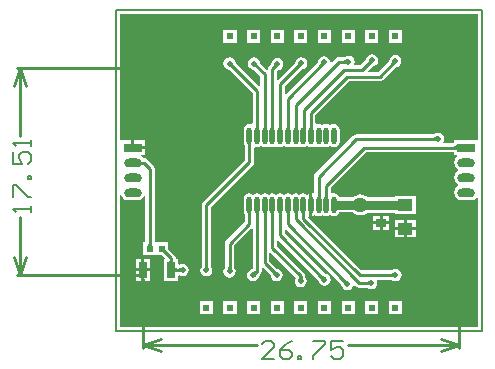
<source format=gbl>
%FSLAX25Y25*%
%MOIN*%
G70*
G01*
G75*
G04 Layer_Physical_Order=2*
G04 Layer_Color=16711680*
%ADD10C,0.01000*%
%ADD11R,0.04843X0.05354*%
%ADD12C,0.03000*%
%ADD13C,0.00500*%
%ADD14C,0.00600*%
%ADD15O,0.06000X0.03000*%
%ADD16R,0.06000X0.03000*%
%ADD17R,0.02362X0.02362*%
%ADD18C,0.02000*%
%ADD19C,0.05000*%
%ADD20R,0.03347X0.02756*%
%ADD21R,0.05118X0.03937*%
%ADD22R,0.02559X0.05315*%
%ADD23O,0.01772X0.05709*%
G36*
X111718Y45000D02*
X103800D01*
Y44029D01*
X100420D01*
X100184Y44470D01*
X100284Y44620D01*
X100439Y45400D01*
X100284Y46180D01*
X99842Y46842D01*
X99180Y47284D01*
X98400Y47439D01*
X97620Y47284D01*
X97112Y46945D01*
X97075Y46929D01*
X71139D01*
X70553Y46813D01*
X70057Y46481D01*
X57475Y33900D01*
X57144Y33403D01*
X57027Y32818D01*
Y27506D01*
X56641Y27189D01*
X56498Y27217D01*
Y23424D01*
Y19633D01*
X56733Y19680D01*
X57277Y20044D01*
X57821Y19680D01*
X58557Y19534D01*
X59293Y19680D01*
X59836Y20044D01*
X60380Y19680D01*
X61116Y19534D01*
X61852Y19680D01*
X62395Y20044D01*
X62939Y19680D01*
X63675Y19534D01*
X64411Y19680D01*
X65034Y20097D01*
X65451Y20721D01*
X65482Y20876D01*
X70047D01*
X70710Y20368D01*
X71561Y20015D01*
X72475Y19895D01*
X73388Y20015D01*
X74240Y20368D01*
X74746Y20756D01*
X83941D01*
Y20405D01*
X91059D01*
Y26342D01*
X83941D01*
Y25855D01*
X75022D01*
X74971Y25921D01*
X74240Y26482D01*
X73388Y26835D01*
X72475Y26955D01*
X71561Y26835D01*
X70710Y26482D01*
X70047Y25974D01*
X65482D01*
X65451Y26129D01*
X65034Y26753D01*
X64411Y27170D01*
X63675Y27316D01*
X63032Y27189D01*
X62645Y27506D01*
Y29182D01*
X74433Y40971D01*
X103800D01*
Y40000D01*
X104680D01*
X104825Y39522D01*
X104498Y39302D01*
X103945Y38475D01*
X103751Y37500D01*
X103945Y36525D01*
X104498Y35698D01*
X105167Y35250D01*
Y34750D01*
X104498Y34302D01*
X103945Y33476D01*
X103751Y32500D01*
X103945Y31525D01*
X104498Y30698D01*
X105167Y30250D01*
Y29750D01*
X104498Y29302D01*
X103945Y28475D01*
X103751Y27500D01*
X103945Y26524D01*
X104498Y25698D01*
X105324Y25145D01*
X106300Y24951D01*
X109300D01*
X110275Y25145D01*
X111102Y25698D01*
X111239Y25902D01*
X111718Y25757D01*
Y-17229D01*
X-7781D01*
Y26617D01*
X-7283Y26666D01*
X-7255Y26524D01*
X-6702Y25698D01*
X-5875Y25145D01*
X-4900Y24951D01*
X-1900D01*
X-924Y25145D01*
X-98Y25698D01*
X355Y26375D01*
X834Y26230D01*
Y10881D01*
X182D01*
Y6519D01*
X6318D01*
X7260Y5577D01*
X7169Y5358D01*
X7169D01*
X7169Y5358D01*
Y-1957D01*
X11728D01*
Y-530D01*
X11861Y-209D01*
X12340Y-64D01*
X12520Y-184D01*
X13300Y-339D01*
X14080Y-184D01*
X14742Y258D01*
X15184Y920D01*
X15339Y1700D01*
X15184Y2480D01*
X14742Y3142D01*
X14080Y3584D01*
X13300Y3739D01*
X12520Y3584D01*
X12340Y3464D01*
X11861Y3609D01*
X11728Y3930D01*
Y5358D01*
X10978D01*
Y5551D01*
X10881Y6039D01*
X10862Y6137D01*
X10530Y6633D01*
X8481Y8682D01*
Y10881D01*
X3892D01*
Y35478D01*
X3776Y36063D01*
X3444Y36559D01*
X1422Y38581D01*
X926Y38913D01*
X341Y39029D01*
X85D01*
X-98Y39302D01*
X-924Y39855D01*
X-924Y39855D01*
X-924D01*
Y39855D01*
X-910Y40000D01*
X600D01*
Y42000D01*
X-3401D01*
Y42499D01*
X-3900D01*
Y45000D01*
X-7400D01*
Y45000D01*
X-7427D01*
X-7781Y45354D01*
Y87111D01*
X111718D01*
Y45000D01*
D02*
G37*
%LPC*%
G36*
X-500Y5358D02*
X-2279D01*
Y2200D01*
X-500D01*
Y5358D01*
D02*
G37*
G36*
X2279Y1200D02*
X500D01*
Y-1957D01*
X2279D01*
Y1200D01*
D02*
G37*
G36*
X-500D02*
X-2279D01*
Y-1957D01*
X-500D01*
Y1200D01*
D02*
G37*
G36*
X91059Y15000D02*
X88000D01*
Y12531D01*
X91059D01*
Y15000D01*
D02*
G37*
G36*
X79000Y16900D02*
X76827D01*
Y15022D01*
X79000D01*
Y16900D01*
D02*
G37*
G36*
X2279Y5358D02*
X500D01*
Y2200D01*
X2279D01*
Y5358D01*
D02*
G37*
G36*
X87000Y15000D02*
X83941D01*
Y12531D01*
X87000D01*
Y15000D01*
D02*
G37*
G36*
X86326Y-8750D02*
X81964D01*
Y-13113D01*
X86326D01*
Y-8750D01*
D02*
G37*
G36*
X39082D02*
X34720D01*
Y-13113D01*
X39082D01*
Y-8750D01*
D02*
G37*
G36*
X46956D02*
X42594D01*
Y-13113D01*
X46956D01*
Y-8750D01*
D02*
G37*
G36*
X23334D02*
X18972D01*
Y-13113D01*
X23334D01*
Y-8750D01*
D02*
G37*
G36*
X31208D02*
X26846D01*
Y-13113D01*
X31208D01*
Y-8750D01*
D02*
G37*
G36*
X70578D02*
X66216D01*
Y-13113D01*
X70578D01*
Y-8750D01*
D02*
G37*
G36*
X78452D02*
X74090D01*
Y-13113D01*
X78452D01*
Y-8750D01*
D02*
G37*
G36*
X54830D02*
X50468D01*
Y-13113D01*
X54830D01*
Y-8750D01*
D02*
G37*
G36*
X62704D02*
X58342D01*
Y-13113D01*
X62704D01*
Y-8750D01*
D02*
G37*
G36*
X46956Y81801D02*
X42594D01*
Y77439D01*
X46956D01*
Y81801D01*
D02*
G37*
G36*
X54830D02*
X50468D01*
Y77439D01*
X54830D01*
Y81801D01*
D02*
G37*
G36*
X31208D02*
X26846D01*
Y77439D01*
X31208D01*
Y81801D01*
D02*
G37*
G36*
X39082D02*
X34720D01*
Y77439D01*
X39082D01*
Y81801D01*
D02*
G37*
G36*
X78452D02*
X74090D01*
Y77439D01*
X78452D01*
Y81801D01*
D02*
G37*
G36*
X86326D02*
X81964D01*
Y77439D01*
X86326D01*
Y81801D01*
D02*
G37*
G36*
X62704D02*
X58342D01*
Y77439D01*
X62704D01*
Y81801D01*
D02*
G37*
G36*
X70578D02*
X66216D01*
Y77439D01*
X70578D01*
Y81801D01*
D02*
G37*
G36*
X91059Y18469D02*
X88000D01*
Y16000D01*
X91059D01*
Y18469D01*
D02*
G37*
G36*
X79000Y19778D02*
X76827D01*
Y17900D01*
X79000D01*
Y19778D01*
D02*
G37*
G36*
X82173Y16900D02*
X80000D01*
Y15022D01*
X82173D01*
Y16900D01*
D02*
G37*
G36*
X87000Y18469D02*
X83941D01*
Y16000D01*
X87000D01*
Y18469D01*
D02*
G37*
G36*
X600Y45000D02*
X-2900D01*
Y43000D01*
X600D01*
Y45000D01*
D02*
G37*
G36*
X76400Y73639D02*
X75620Y73484D01*
X74958Y73042D01*
X74516Y72380D01*
X74392Y71754D01*
X72483Y69846D01*
X70598D01*
X70362Y70287D01*
X70384Y70320D01*
X70539Y71100D01*
X70384Y71880D01*
X69942Y72542D01*
X69280Y72984D01*
X68500Y73139D01*
X67720Y72984D01*
X67212Y72645D01*
X67175Y72629D01*
X65300D01*
X64715Y72513D01*
X64219Y72181D01*
X62897Y70860D01*
X62418Y71005D01*
X62284Y71680D01*
X61842Y72342D01*
X61180Y72784D01*
X60400Y72939D01*
X59620Y72784D01*
X58958Y72342D01*
X58516Y71680D01*
X58397Y71082D01*
X58382Y71044D01*
X47753Y60416D01*
X47291Y60607D01*
Y62928D01*
X52944Y68582D01*
X52982Y68597D01*
X53580Y68716D01*
X54242Y69158D01*
X54684Y69820D01*
X54839Y70600D01*
X54684Y71380D01*
X54242Y72042D01*
X53580Y72484D01*
X52800Y72639D01*
X52020Y72484D01*
X51358Y72042D01*
X50916Y71380D01*
X50797Y70781D01*
X50782Y70745D01*
X45194Y65157D01*
X44732Y65348D01*
Y68069D01*
X44945Y68282D01*
X44982Y68297D01*
X45580Y68416D01*
X46242Y68858D01*
X46684Y69520D01*
X46839Y70300D01*
X46684Y71080D01*
X46242Y71742D01*
X45580Y72184D01*
X44800Y72339D01*
X44020Y72184D01*
X43358Y71742D01*
X42916Y71080D01*
X42797Y70481D01*
X42782Y70445D01*
X42121Y69784D01*
X41789Y69288D01*
X41673Y68702D01*
Y68643D01*
X41211Y68452D01*
X39018Y70644D01*
X39003Y70682D01*
X38884Y71280D01*
X38442Y71942D01*
X37780Y72384D01*
X37000Y72539D01*
X36220Y72384D01*
X35558Y71942D01*
X35116Y71280D01*
X34961Y70500D01*
X35116Y69720D01*
X35558Y69058D01*
X36220Y68616D01*
X36819Y68497D01*
X36856Y68482D01*
X39114Y66223D01*
Y63102D01*
X38652Y62911D01*
X30918Y70644D01*
X30903Y70682D01*
X30784Y71280D01*
X30342Y71942D01*
X29680Y72384D01*
X28900Y72539D01*
X28120Y72384D01*
X27458Y71942D01*
X27016Y71280D01*
X26861Y70500D01*
X27016Y69720D01*
X27458Y69058D01*
X28120Y68616D01*
X28719Y68497D01*
X28756Y68482D01*
X36555Y60682D01*
Y50537D01*
X36168Y50220D01*
X35525Y50348D01*
X34789Y50202D01*
X34166Y49785D01*
X33749Y49161D01*
X33602Y48425D01*
Y44488D01*
X33749Y43752D01*
X33996Y43383D01*
Y38213D01*
X20071Y24289D01*
X19740Y23792D01*
X19623Y23207D01*
Y2872D01*
X19608Y2835D01*
X19269Y2328D01*
X19114Y1547D01*
X19269Y767D01*
X19711Y105D01*
X20372Y-337D01*
X21153Y-492D01*
X21933Y-337D01*
X22595Y105D01*
X23037Y767D01*
X23192Y1547D01*
X23037Y2328D01*
X22697Y2835D01*
X22682Y2872D01*
Y22574D01*
X36607Y36498D01*
X36938Y36994D01*
X36938Y36994D01*
X36938Y36994D01*
X37055Y37580D01*
Y42376D01*
X37441Y42693D01*
X38084Y42565D01*
X38820Y42712D01*
X39364Y43075D01*
X39908Y42712D01*
X40643Y42565D01*
X41379Y42712D01*
X41923Y43075D01*
X42467Y42712D01*
X43202Y42565D01*
X43938Y42712D01*
X44482Y43075D01*
X45026Y42712D01*
X45761Y42565D01*
X46497Y42712D01*
X47041Y43075D01*
X47585Y42712D01*
X48320Y42565D01*
X49056Y42712D01*
X49600Y43075D01*
X50144Y42712D01*
X50880Y42565D01*
X51615Y42712D01*
X52159Y43075D01*
X52703Y42712D01*
X53439Y42565D01*
X54174Y42712D01*
X54718Y43075D01*
X55262Y42712D01*
X55998Y42565D01*
X56733Y42712D01*
X57277Y43075D01*
X57821Y42712D01*
X58557Y42565D01*
X59293Y42712D01*
X59836Y43075D01*
X60380Y42712D01*
X61116Y42565D01*
X61852Y42712D01*
X62395Y43075D01*
X62939Y42712D01*
X63675Y42565D01*
X64411Y42712D01*
X65034Y43129D01*
X65451Y43752D01*
X65598Y44488D01*
Y48425D01*
X65451Y49161D01*
X65034Y49785D01*
X64411Y50202D01*
X63675Y50348D01*
X62939Y50202D01*
X62395Y49838D01*
X61852Y50202D01*
X61116Y50348D01*
X60380Y50202D01*
X59836Y49838D01*
X59293Y50202D01*
X58557Y50348D01*
X57914Y50220D01*
X57527Y50537D01*
Y53364D01*
X68734Y64571D01*
X78900D01*
X79485Y64687D01*
X79981Y65019D01*
X79981Y65019D01*
X79981Y65019D01*
X84245Y69282D01*
X84281Y69297D01*
X84880Y69416D01*
X85542Y69858D01*
X85984Y70520D01*
X86139Y71300D01*
X85984Y72080D01*
X85542Y72742D01*
X84880Y73184D01*
X84100Y73339D01*
X83320Y73184D01*
X82658Y72742D01*
X82216Y72080D01*
X82097Y71482D01*
X82082Y71444D01*
X78267Y67629D01*
X75246D01*
X75054Y68091D01*
X76554Y69591D01*
X77180Y69716D01*
X77842Y70158D01*
X78284Y70820D01*
X78439Y71600D01*
X78284Y72380D01*
X77842Y73042D01*
X77180Y73484D01*
X76400Y73639D01*
D02*
G37*
G36*
X82173Y19778D02*
X80000D01*
Y17900D01*
X82173D01*
Y19778D01*
D02*
G37*
G36*
X53439Y27316D02*
X52703Y27170D01*
X52159Y26807D01*
X51615Y27170D01*
X50880Y27316D01*
X50144Y27170D01*
X49600Y26807D01*
X49056Y27170D01*
X48320Y27316D01*
X47585Y27170D01*
X47041Y26807D01*
X46497Y27170D01*
X45761Y27316D01*
X45026Y27170D01*
X44482Y26807D01*
X43938Y27170D01*
X43202Y27316D01*
X42467Y27170D01*
X41923Y26807D01*
X41379Y27170D01*
X40643Y27316D01*
X39908Y27170D01*
X39364Y26807D01*
X38820Y27170D01*
X38084Y27316D01*
X37348Y27170D01*
X36805Y26807D01*
X36261Y27170D01*
X35525Y27316D01*
X34789Y27170D01*
X34166Y26753D01*
X33749Y26129D01*
X33602Y25394D01*
Y21457D01*
X33749Y20721D01*
X33996Y20351D01*
Y17759D01*
X27819Y11581D01*
X27487Y11085D01*
X27371Y10500D01*
Y2525D01*
X27355Y2488D01*
X27016Y1980D01*
X26861Y1200D01*
X27016Y420D01*
X27458Y-242D01*
X28120Y-684D01*
X28900Y-839D01*
X29680Y-684D01*
X30342Y-242D01*
X30784Y420D01*
X30939Y1200D01*
X30784Y1980D01*
X30445Y2488D01*
X30429Y2525D01*
Y9866D01*
X36093Y15530D01*
X36555Y15339D01*
Y2010D01*
X35920Y1884D01*
X35258Y1442D01*
X34816Y780D01*
X34661Y0D01*
X34816Y-780D01*
X35258Y-1442D01*
X35920Y-1884D01*
X36700Y-2039D01*
X37480Y-1884D01*
X38142Y-1442D01*
X38584Y-780D01*
X38659Y-404D01*
X38976Y-87D01*
X38976D01*
X38976D01*
X38976Y-86D01*
Y-86D01*
X39166Y103D01*
X39497Y599D01*
X39614Y1184D01*
Y2270D01*
X40076Y2461D01*
X42545Y-8D01*
X42574Y-78D01*
X42574Y-78D01*
X42576Y-78D01*
X42716Y-780D01*
X43158Y-1442D01*
X43820Y-1884D01*
X44600Y-2039D01*
X45380Y-1884D01*
X46042Y-1442D01*
X46484Y-780D01*
X46639Y0D01*
X46484Y780D01*
X46042Y1442D01*
X45380Y1884D01*
X44879Y1984D01*
X44757Y2106D01*
Y2106D01*
D01*
Y2106D01*
X44757D01*
X42173Y4690D01*
Y7311D01*
X42635Y7502D01*
X50973Y-836D01*
X50716Y-1220D01*
X50561Y-2000D01*
X50716Y-2780D01*
X51158Y-3442D01*
X51820Y-3884D01*
X52600Y-4039D01*
X53380Y-3884D01*
X54042Y-3442D01*
X54484Y-2780D01*
X54639Y-2000D01*
X54484Y-1220D01*
X54145Y-712D01*
X54129Y-675D01*
Y-300D01*
X54013Y285D01*
X53681Y781D01*
X44732Y9731D01*
Y11452D01*
X45194Y11643D01*
X58482Y-1644D01*
X58497Y-1681D01*
X58616Y-2280D01*
X59058Y-2942D01*
X59720Y-3384D01*
X60500Y-3539D01*
X61280Y-3384D01*
X61942Y-2942D01*
X62384Y-2280D01*
X62539Y-1500D01*
X62384Y-720D01*
X61942Y-58D01*
X61280Y384D01*
X60681Y503D01*
X60645Y518D01*
X47291Y13872D01*
Y15093D01*
X47753Y15284D01*
X66182Y-3145D01*
X66197Y-3181D01*
X66316Y-3780D01*
X66758Y-4442D01*
X67420Y-4884D01*
X68200Y-5039D01*
X68980Y-4884D01*
X69642Y-4442D01*
X70084Y-3780D01*
X70135Y-3522D01*
X70614Y-3377D01*
X71019Y-3781D01*
X71515Y-4113D01*
X72100Y-4229D01*
X74775D01*
X74812Y-4245D01*
X75320Y-4584D01*
X76100Y-4739D01*
X76880Y-4584D01*
X77542Y-4142D01*
X77984Y-3480D01*
X78139Y-2700D01*
X77984Y-1920D01*
X78193Y-1529D01*
X82875D01*
X82912Y-1545D01*
X83420Y-1884D01*
X84200Y-2039D01*
X84980Y-1884D01*
X85642Y-1442D01*
X86084Y-780D01*
X86239Y0D01*
X86084Y780D01*
X85642Y1442D01*
X84980Y1884D01*
X84200Y2039D01*
X83420Y1884D01*
X82912Y1545D01*
X82875Y1529D01*
X72862D01*
X55183Y19208D01*
X55419Y19649D01*
X55498Y19633D01*
Y23424D01*
Y27217D01*
X55262Y27170D01*
X54718Y26807D01*
X54174Y27170D01*
X53439Y27316D01*
D02*
G37*
%LPD*%
D10*
X98046Y45046D02*
G03*
X97193Y45400I-854J-854D01*
G01*
D02*
G03*
X98046Y45754I0J1207D01*
G01*
X28546Y1554D02*
G03*
X28900Y2407I-854J854D01*
G01*
D02*
G03*
X29254Y1554I1207J0D01*
G01*
X36700Y500D02*
G03*
X37895Y995I0J1690D01*
G01*
X44100Y0D02*
G03*
X43676Y1024I-1448J0D01*
G01*
X43917Y783D02*
G03*
X44600Y500I683J683D01*
G01*
X52246Y-1647D02*
G03*
X52600Y-793I-854J854D01*
G01*
D02*
G03*
X52953Y-1647I1207J0D01*
G01*
X60000Y-1500D02*
G03*
X59646Y-646I-1207J0D01*
G01*
X59646Y-647D02*
G03*
X60500Y-1000I854J854D01*
G01*
X67700Y-3000D02*
G03*
X67347Y-2146I-1207J0D01*
G01*
X67346Y-2146D02*
G03*
X68200Y-2500I854J854D01*
G01*
X75747Y-3053D02*
G03*
X74893Y-2700I-854J-854D01*
G01*
D02*
G03*
X75747Y-2347I0J1207D01*
G01*
X83846Y-353D02*
G03*
X82993Y0I-854J-854D01*
G01*
D02*
G03*
X83846Y353I0J1207D01*
G01*
X84100Y70800D02*
G03*
X83246Y70446I0J-1207D01*
G01*
X83246Y70446D02*
G03*
X83600Y71300I-854J854D01*
G01*
X12946Y1346D02*
G03*
X12093Y1700I-854J-854D01*
G01*
D02*
G03*
X12946Y2053I0J1207D01*
G01*
X20799Y1901D02*
G03*
X21153Y2754I-854J854D01*
G01*
D02*
G03*
X21506Y1901I1207J0D01*
G01*
X8898Y3629D02*
G03*
X9449Y4960I-1331J1331D01*
G01*
D02*
G03*
X10000Y3629I1882J0D01*
G01*
Y2251D02*
G03*
X11331Y1700I1331J1331D01*
G01*
D02*
G03*
X10000Y1149I0J-1882D01*
G01*
X1881Y9182D02*
G03*
X2363Y10344I-1163J1163D01*
G01*
D02*
G03*
X2845Y9182I1644J0D01*
G01*
X105593Y41793D02*
G03*
X103886Y42500I-1707J-1707D01*
G01*
D02*
G03*
X105593Y43207I0J2414D01*
G01*
X103886Y42500D02*
G03*
X105593Y43207I0J2414D01*
G01*
Y41793D02*
G03*
X103886Y42500I-1707J-1707D01*
G01*
X11331Y1700D02*
G03*
X10000Y1149I0J-1882D01*
G01*
Y2251D02*
G03*
X11331Y1700I1331J1331D01*
G01*
X9449Y4960D02*
G03*
X10000Y3629I1882J0D01*
G01*
X8898D02*
G03*
X9449Y4960I-1331J1331D01*
G01*
X2363Y10344D02*
G03*
X2845Y9182I1644J0D01*
G01*
X1881D02*
G03*
X2363Y10344I-1163J1163D01*
G01*
X67293Y71100D02*
G03*
X68147Y71453I0J1207D01*
G01*
Y70746D02*
G03*
X67293Y71100I-854J-854D01*
G01*
X59547Y70046D02*
G03*
X59900Y70900I-854J854D01*
G01*
X60400Y70400D02*
G03*
X59546Y70047I0J-1207D01*
G01*
X51947Y69746D02*
G03*
X52300Y70600I-854J854D01*
G01*
X52800Y70100D02*
G03*
X51946Y69747I0J-1207D01*
G01*
X43946Y69446D02*
G03*
X44300Y70300I-854J854D01*
G01*
X44800Y69800D02*
G03*
X43946Y69446I0J-1207D01*
G01*
X37854Y69647D02*
G03*
X37000Y70000I-854J-854D01*
G01*
X37500Y70500D02*
G03*
X37854Y69646I1207J0D01*
G01*
X29754Y69647D02*
G03*
X28900Y70000I-854J-854D01*
G01*
X29400Y70500D02*
G03*
X29754Y69646I1207J0D01*
G01*
X97193Y45400D02*
G03*
X98046Y45754I0J1207D01*
G01*
Y45046D02*
G03*
X97193Y45400I-854J-854D01*
G01*
X28900Y2407D02*
G03*
X29254Y1554I1207J0D01*
G01*
X28546D02*
G03*
X28900Y2407I-854J854D01*
G01*
X36700Y500D02*
G03*
X37895Y995I0J1690D01*
G01*
X43917Y783D02*
G03*
X44600Y500I683J683D01*
G01*
X44100Y0D02*
G03*
X43676Y1024I-1448J0D01*
G01*
X52600Y-793D02*
G03*
X52953Y-1647I1207J0D01*
G01*
X52246D02*
G03*
X52600Y-793I-854J854D01*
G01*
X59646Y-647D02*
G03*
X60500Y-1000I854J854D01*
G01*
X60000Y-1500D02*
G03*
X59646Y-646I-1207J0D01*
G01*
X67346Y-2146D02*
G03*
X68200Y-2500I854J854D01*
G01*
X67700Y-3000D02*
G03*
X67347Y-2146I-1207J0D01*
G01*
X74893Y-2700D02*
G03*
X75747Y-2347I0J1207D01*
G01*
Y-3053D02*
G03*
X74893Y-2700I-854J-854D01*
G01*
X82993Y0D02*
G03*
X83846Y353I0J1207D01*
G01*
Y-353D02*
G03*
X82993Y0I-854J-854D01*
G01*
X83246Y70446D02*
G03*
X83600Y71300I-854J854D01*
G01*
X84100Y70800D02*
G03*
X83246Y70446I0J-1207D01*
G01*
X12093Y1700D02*
G03*
X12946Y2053I0J1207D01*
G01*
Y1346D02*
G03*
X12093Y1700I-854J-854D01*
G01*
X21153Y2754D02*
G03*
X21506Y1901I1207J0D01*
G01*
X20799D02*
G03*
X21153Y2754I-854J854D01*
G01*
X35525Y37580D02*
Y46457D01*
X21153Y23207D02*
X35525Y37580D01*
X21153Y1547D02*
Y23207D01*
X9449Y1700D02*
X13300D01*
X9449D02*
Y5551D01*
X6300Y8700D02*
X9449Y5551D01*
X2363Y8700D02*
Y35478D01*
X341Y37500D02*
X2363Y35478D01*
X-3400Y37500D02*
X341D01*
X84200Y0D02*
X84400D01*
X72228D02*
X84200D01*
X40643Y4057D02*
X44700Y0D01*
X58557Y32818D02*
X71139Y45400D01*
X98400D01*
X58557Y23425D02*
Y32818D01*
X73800Y42500D02*
X107800D01*
X61116Y29816D02*
X73800Y42500D01*
X61116Y23425D02*
Y29816D01*
X53439Y18790D02*
Y23425D01*
Y18790D02*
X72228Y0D01*
X50880Y18520D02*
Y23425D01*
X72100Y-2700D02*
X76100D01*
X50880Y18520D02*
X72100Y-2700D01*
X48320Y16880D02*
X68200Y-3000D01*
X48320Y16880D02*
Y23425D01*
X45761Y13239D02*
X60500Y-1500D01*
Y-1400D01*
X45761Y13239D02*
Y23425D01*
X52600Y-2000D02*
Y-300D01*
X43202Y9098D02*
X52600Y-300D01*
X43202Y9098D02*
Y23425D01*
X40643Y4057D02*
Y23425D01*
X36900Y0D02*
X38084Y1184D01*
Y23425D01*
X28900Y1200D02*
Y10500D01*
X35525Y17125D01*
Y23425D01*
X78900Y66100D02*
X84100Y71300D01*
X38084Y46457D02*
Y61316D01*
X28900Y70500D02*
X38084Y61316D01*
X37000Y70500D02*
X40643Y66857D01*
Y46457D02*
Y66857D01*
X43202Y68702D02*
X44800Y70300D01*
X43202Y46457D02*
Y68702D01*
X45761Y63561D02*
X52800Y70600D01*
X45761Y46457D02*
Y63561D01*
X48320Y58820D02*
X60400Y70900D01*
X48320Y46457D02*
Y58820D01*
X50880Y56679D02*
X65300Y71100D01*
X50880Y46457D02*
Y56679D01*
X65300Y71100D02*
X67800D01*
X68500D01*
X53612Y55012D02*
X66917Y68317D01*
X73117D02*
X76400Y71600D01*
X53612Y47500D02*
Y55012D01*
X66917Y68317D02*
X73117D01*
X55998Y53998D02*
X68100Y66100D01*
X55998Y46457D02*
Y49600D01*
Y53998D01*
X68100Y66100D02*
X78900D01*
X105300Y-24400D02*
Y-1250D01*
X0Y-24400D02*
Y-1250D01*
X68291Y-23400D02*
X105300D01*
X0D02*
X38100D01*
X99300Y-21400D02*
X105300Y-23400D01*
X99300Y-25400D02*
X105300Y-23400D01*
X0D02*
X6000Y-25400D01*
X0Y-23400D02*
X6000Y-21400D01*
X-42000Y0D02*
X-1250D01*
X-42000Y68946D02*
X-1250D01*
X-41000Y0D02*
Y19277D01*
Y46469D02*
Y68946D01*
Y0D02*
X-39000Y6000D01*
X-43000D02*
X-41000Y0D01*
X-43000Y62946D02*
X-41000Y68946D01*
X-39000Y62946D01*
D12*
X72594Y23305D02*
X79500D01*
X87432D02*
X87500Y23374D01*
X79500Y23305D02*
X87432D01*
X64600Y23425D02*
X72475D01*
D13*
X-9055Y-18504D02*
Y88386D01*
X-8900D02*
X112992D01*
Y-18504D02*
Y88400D01*
X-9055Y-18504D02*
X113100D01*
D14*
X43699Y-28100D02*
X39700D01*
X43699Y-24101D01*
Y-23102D01*
X42699Y-22102D01*
X40700D01*
X39700Y-23102D01*
X49697Y-22102D02*
X47697Y-23102D01*
X45698Y-25101D01*
Y-27100D01*
X46698Y-28100D01*
X48697D01*
X49697Y-27100D01*
Y-26101D01*
X48697Y-25101D01*
X45698D01*
X51696Y-28100D02*
Y-27100D01*
X52696D01*
Y-28100D01*
X51696D01*
X56695Y-22102D02*
X60693D01*
Y-23102D01*
X56695Y-27100D01*
Y-28100D01*
X66691Y-22102D02*
X62693D01*
Y-25101D01*
X64692Y-24101D01*
X65692D01*
X66691Y-25101D01*
Y-27100D01*
X65692Y-28100D01*
X63692D01*
X62693Y-27100D01*
X-37401Y20877D02*
Y22876D01*
Y21877D01*
X-43399D01*
X-42399Y20877D01*
X-43399Y25875D02*
Y29874D01*
X-42399D01*
X-38401Y25875D01*
X-37401D01*
Y31873D02*
X-38401D01*
Y32873D01*
X-37401D01*
Y31873D01*
X-43399Y40870D02*
Y36872D01*
X-40400D01*
X-41400Y38871D01*
Y39871D01*
X-40400Y40870D01*
X-38401D01*
X-37401Y39871D01*
Y37871D01*
X-38401Y36872D01*
X-37401Y42870D02*
Y44869D01*
Y43869D01*
X-43399D01*
X-42399Y42870D01*
D15*
X-3400Y32500D02*
D03*
Y27500D02*
D03*
Y37500D02*
D03*
X107800Y32500D02*
D03*
Y27500D02*
D03*
Y37500D02*
D03*
D16*
X-3400Y42500D02*
D03*
X107800D02*
D03*
D17*
X6300Y8700D02*
D03*
X2363D02*
D03*
X84145Y-10932D02*
D03*
X76271D02*
D03*
X68397D02*
D03*
X60523D02*
D03*
X52649D02*
D03*
X44775D02*
D03*
X36901D02*
D03*
X29027D02*
D03*
X21153D02*
D03*
X29027Y79620D02*
D03*
X36901D02*
D03*
X44775D02*
D03*
X52649D02*
D03*
X60523D02*
D03*
X68397D02*
D03*
X76271D02*
D03*
X84145D02*
D03*
D18*
X21153Y1547D02*
D03*
X13300Y1700D02*
D03*
X76400Y71600D02*
D03*
X84100Y71300D02*
D03*
X84200Y0D02*
D03*
X76100Y-2700D02*
D03*
X68200Y-3000D02*
D03*
X60500Y-1500D02*
D03*
X52600Y-2000D02*
D03*
X44600Y0D02*
D03*
X36700D02*
D03*
X28900Y1200D02*
D03*
X98400Y45400D02*
D03*
X28900Y70500D02*
D03*
X37000D02*
D03*
X44800Y70300D02*
D03*
X52800Y70600D02*
D03*
X60400Y70900D02*
D03*
X68500Y71100D02*
D03*
D19*
X72475Y23425D02*
D03*
D20*
X79500Y17400D02*
D03*
Y23305D02*
D03*
D21*
X87500Y15500D02*
D03*
Y23374D02*
D03*
D22*
X9449Y1700D02*
D03*
X0D02*
D03*
D23*
X35525Y46457D02*
D03*
X38084D02*
D03*
X40643D02*
D03*
X43202D02*
D03*
X45761D02*
D03*
X48320D02*
D03*
X50880D02*
D03*
X53439D02*
D03*
X55998D02*
D03*
X58557D02*
D03*
X61116D02*
D03*
X63675D02*
D03*
X35525Y23425D02*
D03*
X38084D02*
D03*
X40643D02*
D03*
X43202D02*
D03*
X45761D02*
D03*
X48320D02*
D03*
X50880D02*
D03*
X53439D02*
D03*
X55998D02*
D03*
X58557D02*
D03*
X61116D02*
D03*
X63675D02*
D03*
M02*

</source>
